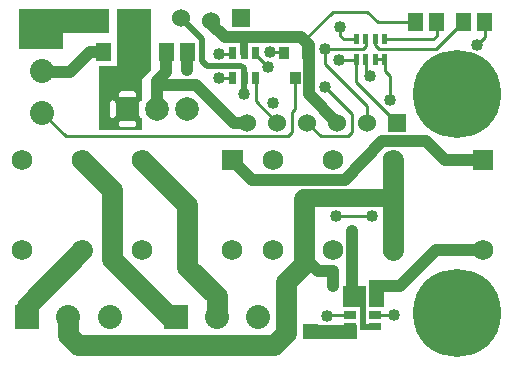
<source format=gbr>
G04 start of page 2 for group 0 idx 0 *
G04 Title: (unknown), top *
G04 Creator: pcb 20140316 *
G04 CreationDate: Fri 17 Nov 2017 10:24:59 PM GMT UTC *
G04 For: ndholmes *
G04 Format: Gerber/RS-274X *
G04 PCB-Dimensions (mil): 1700.00 1200.00 *
G04 PCB-Coordinate-Origin: lower left *
%MOIN*%
%FSLAX25Y25*%
%LNTOP*%
%ADD30C,0.0450*%
%ADD29C,0.1285*%
%ADD28C,0.0380*%
%ADD27C,0.0472*%
%ADD26R,0.0167X0.0167*%
%ADD25R,0.0240X0.0240*%
%ADD24R,0.0550X0.0550*%
%ADD23R,0.0512X0.0512*%
%ADD22R,0.0340X0.0340*%
%ADD21C,0.0787*%
%ADD20C,0.2937*%
%ADD19C,0.0680*%
%ADD18C,0.0800*%
%ADD17C,0.0600*%
%ADD16C,0.0700*%
%ADD15C,0.0400*%
%ADD14C,0.0100*%
%ADD13C,0.0200*%
%ADD12C,0.0250*%
%ADD11C,0.0001*%
G54D11*G36*
X122500Y18000D02*X115000D01*
Y25000D01*
X122500D01*
Y18000D01*
G37*
G36*
X101500Y7500D02*Y12000D01*
X119500D01*
Y7500D01*
X101500D01*
G37*
G36*
X120500Y20500D02*X122500D01*
Y10500D01*
X120500D01*
Y20500D01*
G37*
G36*
X7000Y117500D02*X37000D01*
Y109500D01*
X7000D01*
Y117500D01*
G37*
G36*
X21500D01*
Y104000D01*
X7000D01*
Y117500D01*
G37*
G36*
X39500D02*X51000D01*
Y97000D01*
X39500D01*
Y117500D01*
G37*
G36*
X48000Y77000D02*X43000D01*
Y78063D01*
X44937D01*
X45094Y78072D01*
X45247Y78109D01*
X45392Y78169D01*
X45527Y78251D01*
X45646Y78354D01*
X45749Y78473D01*
X45831Y78608D01*
X45891Y78753D01*
X45928Y78906D01*
X45940Y79063D01*
X45928Y79220D01*
X45891Y79373D01*
X45831Y79518D01*
X45749Y79653D01*
X45646Y79772D01*
X45527Y79875D01*
X45392Y79957D01*
X45247Y80017D01*
X45094Y80054D01*
X44937Y80063D01*
X43000D01*
Y87937D01*
X44937D01*
X45094Y87946D01*
X45247Y87983D01*
X45392Y88043D01*
X45527Y88125D01*
X45646Y88228D01*
X45749Y88347D01*
X45831Y88482D01*
X45891Y88627D01*
X45928Y88780D01*
X45940Y88937D01*
X45928Y89094D01*
X45891Y89247D01*
X45831Y89392D01*
X45749Y89527D01*
X45646Y89646D01*
X45527Y89749D01*
X45392Y89831D01*
X45247Y89891D01*
X45094Y89928D01*
X44937Y89937D01*
X43000D01*
Y98500D01*
X48000D01*
Y87203D01*
X47834Y86932D01*
X47780Y86928D01*
X47627Y86891D01*
X47482Y86831D01*
X47347Y86749D01*
X47228Y86646D01*
X47125Y86527D01*
X47043Y86392D01*
X46983Y86247D01*
X46946Y86094D01*
X46937Y85937D01*
Y82063D01*
X46946Y81906D01*
X46983Y81753D01*
X47043Y81608D01*
X47125Y81473D01*
X47228Y81354D01*
X47347Y81251D01*
X47482Y81169D01*
X47627Y81109D01*
X47780Y81072D01*
X47834Y81068D01*
X48000Y80797D01*
Y77000D01*
G37*
G36*
X43000D02*X38063D01*
Y81060D01*
X38220Y81072D01*
X38373Y81109D01*
X38518Y81169D01*
X38653Y81251D01*
X38772Y81354D01*
X38875Y81473D01*
X38957Y81608D01*
X39017Y81753D01*
X39054Y81906D01*
X39063Y82063D01*
Y85937D01*
X39054Y86094D01*
X39017Y86247D01*
X38957Y86392D01*
X38875Y86527D01*
X38772Y86646D01*
X38653Y86749D01*
X38518Y86831D01*
X38373Y86891D01*
X38220Y86928D01*
X38063Y86940D01*
Y98500D01*
X43000D01*
Y89937D01*
X41063D01*
X40906Y89928D01*
X40753Y89891D01*
X40608Y89831D01*
X40473Y89749D01*
X40354Y89646D01*
X40251Y89527D01*
X40169Y89392D01*
X40109Y89247D01*
X40072Y89094D01*
X40060Y88937D01*
X40072Y88780D01*
X40109Y88627D01*
X40169Y88482D01*
X40251Y88347D01*
X40354Y88228D01*
X40473Y88125D01*
X40608Y88043D01*
X40753Y87983D01*
X40906Y87946D01*
X41063Y87937D01*
X43000D01*
Y80063D01*
X41063D01*
X40906Y80054D01*
X40753Y80017D01*
X40608Y79957D01*
X40473Y79875D01*
X40354Y79772D01*
X40251Y79653D01*
X40169Y79518D01*
X40109Y79373D01*
X40072Y79220D01*
X40060Y79063D01*
X40072Y78906D01*
X40109Y78753D01*
X40169Y78608D01*
X40251Y78473D01*
X40354Y78354D01*
X40473Y78251D01*
X40608Y78169D01*
X40753Y78109D01*
X40906Y78072D01*
X41063Y78063D01*
X43000D01*
Y77000D01*
G37*
G36*
X38063D02*X33500D01*
Y98500D01*
X38063D01*
Y86940D01*
X37906Y86928D01*
X37753Y86891D01*
X37608Y86831D01*
X37473Y86749D01*
X37354Y86646D01*
X37251Y86527D01*
X37169Y86392D01*
X37109Y86247D01*
X37072Y86094D01*
X37063Y85937D01*
Y82063D01*
X37072Y81906D01*
X37109Y81753D01*
X37169Y81608D01*
X37251Y81473D01*
X37354Y81354D01*
X37473Y81251D01*
X37608Y81169D01*
X37753Y81109D01*
X37906Y81072D01*
X38063Y81060D01*
Y77000D01*
G37*
G36*
X51000Y97000D02*X47000Y93000D01*
Y98000D01*
X51000D01*
Y97000D01*
G37*
G36*
X101500Y12500D02*X106500D01*
Y7500D01*
X101500D01*
Y12500D01*
G37*
G36*
X123500Y18000D02*Y27000D01*
X128500D01*
Y18000D01*
X123500D01*
G37*
G54D12*X81900Y102700D02*Y107900D01*
G54D13*Y89100D02*X82000Y89000D01*
X81900Y97600D02*Y89100D01*
G54D12*Y107900D02*X82000Y108000D01*
G54D14*X85800Y94500D02*Y86700D01*
G54D15*X101000Y108000D02*X75500D01*
X71000Y112500D01*
X34957Y103000D02*X30500D01*
X24000Y96500D01*
X14838D01*
X14673Y96665D01*
G54D14*X22559Y75000D02*X14673Y82886D01*
G54D16*X38000Y57000D02*X28000Y67000D01*
G54D15*X55914Y103000D02*Y96414D01*
X53000Y93500D01*
Y84000D01*
G54D13*X68000Y100000D02*Y107500D01*
X61000Y114500D01*
G54D15*X66000Y92000D02*X53500D01*
X63000Y103000D02*Y97000D01*
G54D13*X69500Y98500D02*X68000Y100000D01*
X81900Y97600D02*X81000Y98500D01*
X69500D01*
G54D14*X73500Y94500D02*X78000D01*
X73500Y102500D02*X77800D01*
X78000Y102700D01*
X96500Y75000D02*X22559D01*
G54D15*X84500Y60500D02*X78000Y67000D01*
X83000Y79500D02*X78500D01*
X66000Y92000D01*
G54D16*X63000Y52000D02*X48000Y67000D01*
G54D14*X90000Y98000D02*X85800Y102200D01*
X90500Y103000D02*X95100D01*
X111500Y116500D02*X102000Y107000D01*
X113500Y100500D02*X119276D01*
Y100652D02*Y93224D01*
X109000Y99000D02*X123000Y85000D01*
Y79500D01*
X124000Y95000D02*X122425Y96575D01*
Y100652D01*
X125575Y107348D02*Y105425D01*
X126500Y113000D02*X123000Y116500D01*
X111500D01*
X114000Y108500D02*Y111500D01*
X119276Y107348D02*X115152D01*
X114000Y108500D01*
X109000Y104000D02*X121500D01*
X122425Y104925D01*
Y107348D01*
X109000Y104000D02*Y99000D01*
G54D15*X161500Y37000D02*X146000D01*
X134000Y25000D01*
G54D14*X125600Y15500D02*X125500Y15400D01*
G54D16*X96000Y26500D02*X102000Y32500D01*
Y54000D01*
X96000Y9500D02*Y26500D01*
G54D14*X109900Y15400D02*X109500Y15000D01*
X117300Y15400D02*X109900D01*
X132000Y15500D02*X125600D01*
G54D16*X131500Y67000D02*Y37000D01*
G54D15*X134000Y25000D02*X126000D01*
X142500Y73500D02*X128000D01*
X142500D02*X149000Y67000D01*
X161500D02*X149000D01*
G54D14*X112500Y48500D02*X124500D01*
G54D15*X115500Y60500D02*X84500D01*
X128000Y73500D02*X115500Y60500D01*
G54D17*X102000Y54500D02*X131000D01*
G54D15*X113000Y79500D02*X103500Y89000D01*
G54D14*X109000Y91500D02*X118000Y82500D01*
Y76500D01*
X107500Y75000D02*X103000Y79500D01*
X85800Y86700D02*X93000Y79500D01*
G54D13*X81900Y80600D02*X83000Y79500D01*
G54D15*X103500Y105500D02*Y89000D01*
X101000Y108000D02*X103500Y105500D01*
G54D14*X99000Y94500D02*Y84000D01*
X98000Y83000D01*
Y76500D01*
X96500Y75000D01*
X159500Y105500D02*X162043Y108043D01*
Y113000D01*
X127000Y104000D02*X145957D01*
X154957Y113000D01*
X128724Y107348D02*X144848D01*
X146043Y108543D01*
Y113000D01*
X138957D02*X126500D01*
X125575Y100652D02*X128724D01*
Y96776D01*
X125575Y105425D02*X127000Y104000D01*
X118000Y76500D02*X116500Y75000D01*
X107500D01*
X119276Y93224D02*X133000Y79500D01*
X130500Y95000D02*Y87000D01*
X128724Y96776D02*X130500Y95000D01*
G54D16*X63000Y31500D02*Y52000D01*
X23335Y14673D02*Y8665D01*
X9555Y18555D02*X28000Y37000D01*
X9555Y14673D02*Y18555D01*
X38000Y34000D02*Y57000D01*
G54D13*X125500Y11500D02*X121500D01*
G54D16*X26500Y5500D02*X92000D01*
X96000Y9500D01*
G54D15*X118000Y43500D02*Y21500D01*
G54D16*X57327Y14673D02*X38000Y34000D01*
X23335Y8665D02*X26500Y5500D01*
X59055Y14673D02*X57327D01*
X72835D02*Y21665D01*
X63000Y31500D01*
G54D15*X111500Y25000D02*Y30000D01*
X106500D01*
X102000Y34500D01*
G54D11*G36*
X55055Y18673D02*Y10673D01*
X63055D01*
Y18673D01*
X55055D01*
G37*
G54D18*X72835Y14673D03*
X86614D03*
G54D19*X91500Y37000D03*
X78000D03*
X111500D03*
G54D11*G36*
X5555Y18673D02*Y10673D01*
X13555D01*
Y18673D01*
X5555D01*
G37*
G54D18*X23335Y14673D03*
X37114D03*
G54D19*X8000Y37000D03*
X28000D03*
X48000D03*
G54D20*X153000Y16000D03*
Y89000D03*
G54D11*G36*
X158100Y70400D02*Y63600D01*
X164900D01*
Y70400D01*
X158100D01*
G37*
G54D19*X161500Y37000D03*
G54D11*G36*
X130000Y82500D02*Y76500D01*
X136000D01*
Y82500D01*
X130000D01*
G37*
G54D19*X131500Y67000D03*
G54D17*X123000Y79500D03*
G54D19*X131500Y37000D03*
G54D11*G36*
X39063Y87937D02*Y80063D01*
X46937D01*
Y87937D01*
X39063D01*
G37*
G36*
X10673Y114445D02*Y106445D01*
X18673D01*
Y114445D01*
X10673D01*
G37*
G54D18*X14673Y96665D03*
Y82886D03*
G54D17*X113000Y79500D03*
X103000D03*
X93000D03*
G54D19*X111500Y67000D03*
X91500D03*
G54D21*X63000Y84000D03*
X53000D03*
G54D17*X83000Y79500D03*
G54D19*X48000Y67000D03*
X28000D03*
X8000D03*
G54D11*G36*
X74600Y70400D02*Y63600D01*
X81400D01*
Y70400D01*
X74600D01*
G37*
G36*
X78000Y117500D02*Y111500D01*
X84000D01*
Y117500D01*
X78000D01*
G37*
G54D17*X71000Y113500D03*
X61000Y114500D03*
G54D22*X102900Y103000D02*Y102400D01*
X95100Y103000D02*Y102400D01*
X99000Y94800D02*Y94200D01*
G54D23*X63000Y103393D02*Y102607D01*
X55914Y103393D02*Y102607D01*
X42043Y103393D02*Y102607D01*
X34957Y103393D02*Y102607D01*
G54D24*X34000Y114500D02*Y112500D01*
X47000Y114500D02*Y112500D01*
G54D25*X124700Y11500D02*X126300D01*
X124700Y15400D02*X126300D01*
X124700Y19300D02*X126300D01*
X116500D02*X118100D01*
X116500Y15400D02*X118100D01*
X116500Y11500D02*X118100D01*
G54D23*X154957Y113393D02*Y112607D01*
X162043Y113393D02*Y112607D01*
X146043Y113393D02*Y112607D01*
X138957Y113393D02*Y112607D01*
G54D26*X128724Y108283D02*Y106413D01*
X125575Y108283D02*Y106413D01*
X122425Y108283D02*Y106413D01*
X119276Y108283D02*Y106413D01*
Y101587D02*Y99717D01*
X122425Y101587D02*Y99717D01*
X125575Y101587D02*Y99717D01*
X128724Y101587D02*Y99717D01*
G54D25*X78000Y95300D02*Y93700D01*
X81900Y95300D02*Y93700D01*
X85800Y95300D02*Y93700D01*
Y103500D02*Y101900D01*
X81900Y103500D02*Y101900D01*
X78000Y103500D02*Y101900D01*
G54D15*X73500Y94500D03*
Y102500D03*
X82000Y89000D03*
X63000Y97000D03*
X109000Y91500D03*
X91500Y86000D03*
X130500Y87000D03*
X159500Y105500D03*
X113500Y100500D03*
X124000Y95000D03*
X114000Y111500D03*
X109000Y104000D03*
X90500Y103000D03*
X90000Y98000D03*
X124500Y48500D03*
X104000Y10000D03*
X109500Y15000D03*
X132000Y15500D03*
X112500Y48500D03*
X118000Y34500D03*
Y39000D03*
Y43500D03*
X111500Y30000D03*
Y25000D03*
G54D13*G54D27*G54D28*G54D27*G54D28*G54D29*G54D28*G54D30*G54D27*G54D28*G54D30*G54D28*M02*

</source>
